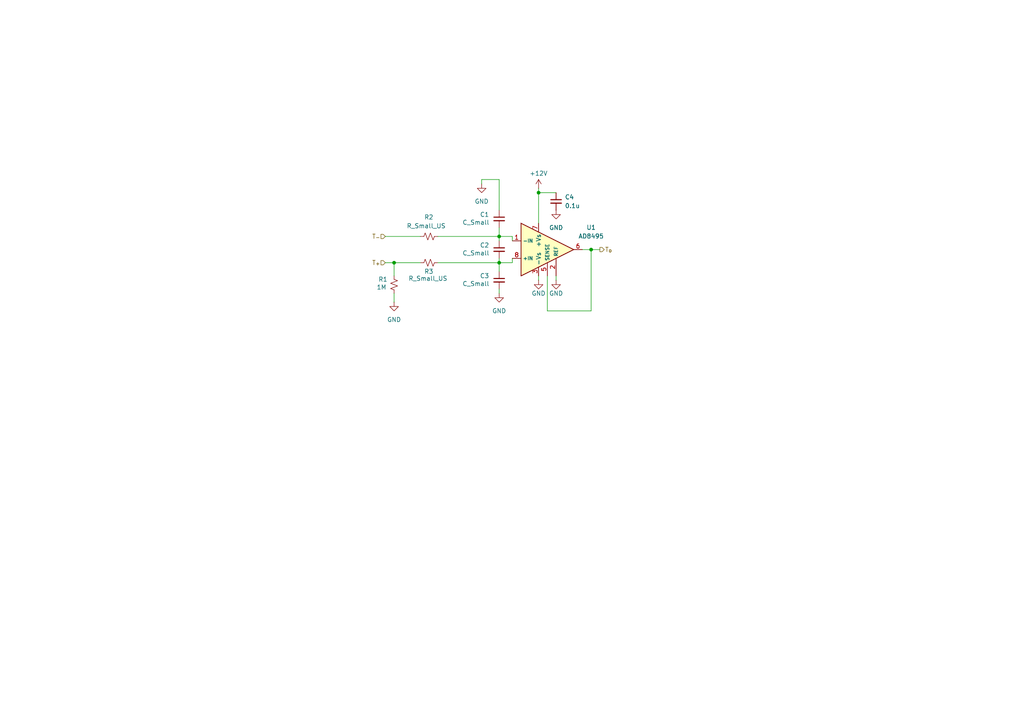
<source format=kicad_sch>
(kicad_sch (version 20250114) (generator "eeschema") (generator_version "9.0")
  (paper "A4")
  (lib_symbols
    (symbol "Device:C_Small" (pin_numbers (hide yes)) (pin_names (offset 0.254) (hide yes))
      (property "Reference" "C" (at 0.254 1.778 0))
      (property "Value" "C_Small" (at 0.254 -2.032 0))
      (symbol "C_Small_0_1"
        (polyline (pts (xy -1.524 0.508) (xy 1.524 0.508)) (stroke (width 0.3048)))
        (polyline (pts (xy -1.524 -0.508) (xy 1.524 -0.508)) (stroke (width 0.3302)))
      )
      (symbol "C_Small_1_1"
        (pin passive line (at 0 2.54 270) (length 2.032) (name "~") (number "1"))
        (pin passive line (at 0 -2.54 90) (length 2.032) (name "~") (number "2"))
      )
    )
    (symbol "Device:R_Small_US" (pin_numbers (hide yes)) (pin_names (offset 0.254) (hide yes))
      (property "Reference" "R" (at 0.762 0.508 0))
      (property "Value" "R_Small_US" (at 0.762 -1.016 0))
      (symbol "R_Small_US_1_1"
        (polyline (pts (xy 0 1.524) (xy 1.016 1.143) (xy 0 0.762) (xy -1.016 0.381) (xy 0 0)))
        (polyline (pts (xy 0 0) (xy 1.016 -0.381) (xy 0 -0.762) (xy -1.016 -1.143) (xy 0 -1.524)))
        (pin passive line (at 0 2.54 270) (length 1.016) (name "~") (number "1"))
        (pin passive line (at 0 -2.54 90) (length 1.016) (name "~") (number "2"))
      )
    )
    (symbol "Sensor_Temperature:AD8495"
      (property "Reference" "U" (at 5.08 3.81 0))
      (property "Value" "AD8495" (at 8.89 -3.81 0))
      (symbol "AD8495_0_1"
        (polyline (pts (xy -7.62 7.62) (xy 7.62 0) (xy -7.62 -7.62) (xy -7.62 7.62)) (stroke (width 0.254)) (fill (type background)))
      )
      (symbol "AD8495_1_1"
        (pin input line (at -10.16 2.54 0) (length 2.54) (name "-IN") (number "1"))
        (pin input line (at -10.16 -2.54 0) (length 2.54) (name "+IN") (number "8"))
        (pin no_connect line (at -5.08 0 180) (length 2.54) (hide yes) (name "NC") (number "4"))
        (pin power_in line (at -2.54 7.62 270) (length 2.54) (name "+Vs") (number "7"))
        (pin power_in line (at -2.54 -7.62 90) (length 2.54) (name "-Vs") (number "3"))
        (pin passive line (at 0 -7.62 90) (length 3.81) (name "SENSE") (number "5"))
        (pin input line (at 2.54 -7.62 90) (length 5.08) (name "REF") (number "2"))
        (pin output line (at 10.16 0 180) (length 2.54) (name "~") (number "6"))
      )
    )
    (symbol "power:+12V" (power) (pin_numbers (hide yes)) (pin_names (offset 0) (hide yes))
      (property "Value" "+12V" (at 0 3.556 0))
      (symbol "+12V_0_1"
        (polyline (pts (xy -0.762 1.27) (xy 0 2.54)))
        (polyline (pts (xy 0 2.54) (xy 0.762 1.27)))
        (polyline (pts (xy 0 0) (xy 0 2.54)))
      )
      (symbol "+12V_1_1"
        (pin power_in line (at 0 0 90) (length 0) (name "~") (number "1"))
      )
    )
    (symbol "power:GND" (power) (pin_numbers (hide yes)) (pin_names (offset 0) (hide yes))
      (property "Value" "GND" (at 0 -3.81 0))
      (symbol "GND_0_1"
        (polyline (pts (xy 0 0) (xy 0 -1.27) (xy 1.27 -1.27) (xy 0 -2.54) (xy -1.27 -1.27) (xy 0 -1.27)))
      )
      (symbol "GND_1_1"
        (pin power_in line (at 0 0 270) (length 0) (name "~") (number "1"))
      )
    )
  )
  (junction (at 114.3 76.2))
  (junction (at 156.21 55.88))
  (junction (at 171.45 72.39))
  (junction (at 144.78 76.2))
  (junction (at 144.78 68.58))
  (wire (pts (xy 144.78 66.04) (xy 144.78 68.58)))
  (wire (pts (xy 158.75 80.01) (xy 158.75 90.17)))
  (wire (pts (xy 144.78 52.07) (xy 139.7 52.07)))
  (wire (pts (xy 156.21 55.88) (xy 161.29 55.88)))
  (wire (pts (xy 144.78 68.58) (xy 144.78 69.85)))
  (wire (pts (xy 168.91 72.39) (xy 171.45 72.39)))
  (wire (pts (xy 127 68.58) (xy 144.78 68.58)))
  (wire (pts (xy 144.78 76.2) (xy 144.78 74.93)))
  (wire (pts (xy 171.45 72.39) (xy 173.99 72.39)))
  (wire (pts (xy 156.21 54.61) (xy 156.21 55.88)))
  (wire (pts (xy 114.3 76.2) (xy 121.92 76.2)))
  (wire (pts (xy 111.76 76.2) (xy 114.3 76.2)))
  (wire (pts (xy 156.21 55.88) (xy 156.21 64.77)))
  (wire (pts (xy 139.7 52.07) (xy 139.7 53.34)))
  (wire (pts (xy 144.78 60.96) (xy 144.78 52.07)))
  (wire (pts (xy 148.59 76.2) (xy 148.59 74.93)))
  (wire (pts (xy 144.78 68.58) (xy 148.59 68.58)))
  (wire (pts (xy 144.78 76.2) (xy 144.78 78.74)))
  (wire (pts (xy 111.76 68.58) (xy 121.92 68.58)))
  (wire (pts (xy 158.75 90.17) (xy 171.45 90.17)))
  (wire (pts (xy 114.3 76.2) (xy 114.3 80.01)))
  (wire (pts (xy 114.3 85.09) (xy 114.3 87.63)))
  (wire (pts (xy 148.59 68.58) (xy 148.59 69.85)))
  (wire (pts (xy 144.78 76.2) (xy 148.59 76.2)))
  (wire (pts (xy 156.21 80.01) (xy 156.21 81.28)))
  (wire (pts (xy 144.78 85.09) (xy 144.78 83.82)))
  (wire (pts (xy 171.45 90.17) (xy 171.45 72.39)))
  (wire (pts (xy 161.29 80.01) (xy 161.29 81.28)))
  (wire (pts (xy 127 76.2) (xy 144.78 76.2)))
  (hierarchical_label "T_{+}" (shape input) (at 111.76 76.2 180))
  (hierarchical_label "T_{-}" (shape input) (at 111.76 68.58 180))
  (hierarchical_label "T_{o}" (shape output) (at 173.99 72.39 0))
  (symbol (lib_id "Device:R_Small_US") (at 124.46 68.58 90) (unit 1)
    (property "Reference" "R2" (at 125.73 62.992 90) (effects (justify left)))
    (property "Value" "R_Small_US" (at 129.286 65.532 90) (effects (justify left)))
    (property "Footprint" "Resistor_SMD:R_0402_1005Metric" (effects (hide yes)))
    (property "Description" "Resistor, small US symbol" (effects (hide yes)))
    (instances (project "tc-link" (path "" (reference "R2") (unit 1)) (path "" (reference "R5") (unit 1))))
  )
  (symbol (lib_id "power:GND") (at 139.7 53.34 0) (unit 1)
    (property "Reference" "#PWR06" (effects (hide yes)))
    (property "Value" "GND" (at 139.7 58.42 0))
    (property "Description" "Power symbol creates a global label with name \"GND\" , ground" (effects (hide yes)))
    (instances (project "tc-link" (path "" (reference "#PWR06") (unit 1)) (path "" (reference "#PWR013") (unit 1))))
  )
  (symbol (lib_id "Device:C_Small") (at 144.78 63.5 0) (unit 1)
    (property "Reference" "C1" (at 139.192 62.23 0) (effects (justify left)))
    (property "Value" "C_Small" (at 134.112 64.516 0) (effects (justify left)))
    (property "Footprint" "Capacitor_SMD:C_0402_1005Metric" (effects (hide yes)))
    (property "Description" "Unpolarized capacitor, small symbol" (effects (hide yes)))
    (instances (project "tc-link" (path "" (reference "C1") (unit 1)) (path "" (reference "C5") (unit 1))))
  )
  (symbol (lib_id "Device:R_Small_US") (at 124.46 76.2 90) (unit 1)
    (property "Reference" "R3" (at 125.73 78.74 90) (effects (justify left)))
    (property "Value" "R_Small_US" (at 129.794 80.772 90) (effects (justify left)))
    (property "Footprint" "Resistor_SMD:R_0402_1005Metric" (effects (hide yes)))
    (property "Description" "Resistor, small US symbol" (effects (hide yes)))
    (instances (project "tc-link" (path "" (reference "R3") (unit 1)) (path "" (reference "R6") (unit 1))))
  )
  (symbol (lib_id "power:GND") (at 144.78 85.09 0) (unit 1)
    (property "Reference" "#PWR07" (effects (hide yes)))
    (property "Value" "GND" (at 144.78 90.17 0))
    (property "Description" "Power symbol creates a global label with name \"GND\" , ground" (effects (hide yes)))
    (instances (project "tc-link" (path "" (reference "#PWR07") (unit 1)) (path "" (reference "#PWR014") (unit 1))))
  )
  (symbol (lib_id "power:+12V") (at 156.21 54.61 0) (unit 1)
    (property "Reference" "#PWR08" (effects (hide yes)))
    (property "Value" "+12V" (at 156.21 50.292 0))
    (property "Description" "Power symbol creates a global label with name \"+12V\"" (effects (hide yes)))
    (instances (project "tc-link" (path "" (reference "#PWR08") (unit 1)) (path "" (reference "#PWR015") (unit 1))))
  )
  (symbol (lib_id "power:GND") (at 156.21 81.28 0) (unit 1)
    (property "Reference" "#PWR09" (effects (hide yes)))
    (property "Value" "GND" (at 156.21 85.09 0))
    (property "Description" "Power symbol creates a global label with name \"GND\" , ground" (effects (hide yes)))
    (instances (project "tc-link" (path "" (reference "#PWR09") (unit 1)) (path "" (reference "#PWR016") (unit 1))))
  )
  (symbol (lib_id "Device:C_Small") (at 144.78 72.39 0) (unit 1)
    (property "Reference" "C2" (at 139.192 71.12 0) (effects (justify left)))
    (property "Value" "C_Small" (at 134.112 73.406 0) (effects (justify left)))
    (property "Footprint" "Capacitor_SMD:C_0402_1005Metric" (effects (hide yes)))
    (property "Description" "Unpolarized capacitor, small symbol" (effects (hide yes)))
    (instances (project "tc-link" (path "" (reference "C2") (unit 1)) (path "" (reference "C6") (unit 1))))
  )
  (symbol (lib_id "Device:C_Small") (at 161.29 58.42 0) (unit 1)
    (property "Reference" "C4" (at 163.83 57.1562 0) (effects (justify left)))
    (property "Value" "0.1u" (at 163.83 59.6962 0) (effects (justify left)))
    (property "Footprint" "Capacitor_SMD:C_0402_1005Metric" (effects (hide yes)))
    (property "Description" "Unpolarized capacitor, small symbol" (effects (hide yes)))
    (instances (project "tc-link" (path "" (reference "C4") (unit 1)) (path "" (reference "C8") (unit 1))))
  )
  (symbol (lib_id "Device:R_Small_US") (at 114.3 82.55 0) (unit 1)
    (property "Reference" "R1" (at 109.728 81.026 0) (effects (justify left)))
    (property "Value" "1M" (at 109.22 83.312 0) (effects (justify left)))
    (property "Footprint" "Resistor_SMD:R_0402_1005Metric" (effects (hide yes)))
    (property "Description" "Resistor, small US symbol" (effects (hide yes)))
    (instances (project "" (path "" (reference "R1") (unit 1)) (path "" (reference "R4") (unit 1))))
  )
  (symbol (lib_id "power:GND") (at 161.29 81.28 0) (unit 1)
    (property "Reference" "#PWR011" (effects (hide yes)))
    (property "Value" "GND" (at 161.29 85.09 0))
    (property "Description" "Power symbol creates a global label with name \"GND\" , ground" (effects (hide yes)))
    (instances (project "" (path "" (reference "#PWR011") (unit 1)) (path "" (reference "#PWR018") (unit 1))))
  )
  (symbol (lib_id "power:GND") (at 161.29 60.96 0) (unit 1)
    (property "Reference" "#PWR010" (effects (hide yes)))
    (property "Value" "GND" (at 161.29 66.04 0))
    (property "Description" "Power symbol creates a global label with name \"GND\" , ground" (effects (hide yes)))
    (instances (project "tc-link" (path "" (reference "#PWR010") (unit 1)) (path "" (reference "#PWR017") (unit 1))))
  )
  (symbol (lib_id "Device:C_Small") (at 144.78 81.28 0) (unit 1)
    (property "Reference" "C3" (at 139.192 80.01 0) (effects (justify left)))
    (property "Value" "C_Small" (at 134.112 82.296 0) (effects (justify left)))
    (property "Footprint" "Capacitor_SMD:C_0402_1005Metric" (effects (hide yes)))
    (property "Description" "Unpolarized capacitor, small symbol" (effects (hide yes)))
    (instances (project "tc-link" (path "" (reference "C3") (unit 1)) (path "" (reference "C7") (unit 1))))
  )
  (symbol (lib_id "Sensor_Temperature:AD8495") (at 158.75 72.39 0) (unit 1)
    (property "Reference" "U1" (at 171.45 65.9698 0))
    (property "Value" "AD8495" (at 171.45 68.5098 0))
    (property "Footprint" "Package_SO:MSOP-8_3x3mm_P0.65mm" (effects (hide yes)))
    (property "Datasheet" "https://www.analog.com/media/en/technical-documentation/data-sheets/ad8494_8495_8496_8497.pdf" (effects (hide yes)))
    (property "Description" "Precision Thermocouple Amplifiers with Cold Junction Compensation, K-Type Thermocouple, 0 to 50C, MSOP-8" (effects (hide yes)))
    (instances (project "tc-link" (path "" (reference "U1") (unit 1)) (path "" (reference "U2") (unit 1))))
  )
  (symbol (lib_id "power:GND") (at 114.3 87.63 0) (unit 1)
    (property "Reference" "#PWR05" (effects (hide yes)))
    (property "Value" "GND" (at 114.3 92.71 0))
    (property "Description" "Power symbol creates a global label with name \"GND\" , ground" (effects (hide yes)))
    (instances (project "" (path "" (reference "#PWR05") (unit 1)) (path "" (reference "#PWR012") (unit 1))))
  )
)
</source>
